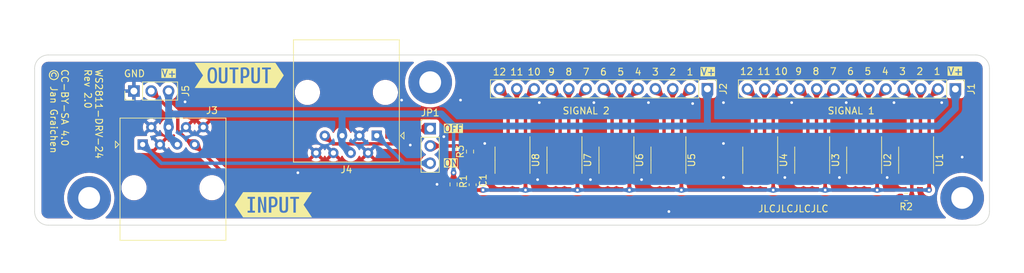
<source format=kicad_pcb>
(kicad_pcb (version 20221018) (generator pcbnew)
  (title_block (title "WS2811 LED Driver 24 (2 Signals)") (date "2023-12-22") (rev "2.0") (company "Jan Graichen"))
  (layers (0 "F.Cu" signal) (31 "B.Cu" signal) (34 "B.Paste" user) (35 "F.Paste" user) (36 "B.SilkS" user "B.Silkscreen") (37 "F.SilkS" user "F.Silkscreen") (38 "B.Mask" user) (39 "F.Mask" user) (44 "Edge.Cuts" user))
  (net 0 "")
  (net 1 "Net-(JP1-A)")
  (net 2 "VCC")
  (net 3 "GND")
  (net 4 "Net-(JP1-B)")
  (net 5 "Net-(U1-VDD)")
  (net 6 "Net-(U1-DIN)")
  (net 7 "Net-(U4-DO)")
  (net 8 "Net-(J1-Pin_2)")
  (net 9 "Net-(J1-Pin_3)")
  (net 10 "Net-(U1-DO)")
  (net 12 "Net-(J1-Pin_4)")
  (net 13 "Net-(J1-Pin_5)")
  (net 14 "Net-(J1-Pin_6)")
  (net 15 "Net-(JP1-C)")
  (net 16 "Net-(U2-DO)")
  (net 18 "Net-(J1-Pin_7)")
  (net 19 "Net-(J1-Pin_8)")
  (net 20 "Net-(J1-Pin_9)")
  (net 21 "Net-(U3-DO)")
  (net 23 "Net-(J1-Pin_10)")
  (net 24 "Net-(J1-Pin_11)")
  (net 25 "Net-(J1-Pin_12)")
  (net 27 "Net-(J2-Pin_2)")
  (net 28 "Net-(J2-Pin_3)")
  (net 29 "Net-(U5-DO)")
  (net 31 "Net-(J2-Pin_4)")
  (net 32 "Net-(J2-Pin_5)")
  (net 33 "Net-(J2-Pin_6)")
  (net 34 "Net-(U6-DO)")
  (net 36 "Net-(J2-Pin_7)")
  (net 37 "Net-(J2-Pin_8)")
  (net 38 "Net-(J2-Pin_9)")
  (net 39 "Net-(U7-DO)")
  (net 41 "Net-(J2-Pin_10)")
  (net 42 "Net-(J2-Pin_11)")
  (net 43 "Net-(J2-Pin_12)")
  (net 44 "Net-(U8-DO)")
  (net 46 "Net-(J1-Pin_13)")
  (net 47 "Net-(J2-Pin_13)")
  (net 48 "Net-(J5-Pin_2)")
  (footprint "Package_SO:SOIC-8_3.9x4.9mm_P1.27mm" (layer "F.Cu") (at 169.926 96.454 -90)
    (fp_text reference "U5" (at 0 -3.4 90) (layer "F.SilkS"))
    (fp_text value "WS2811")
    (pad "1" smd roundrect (at -2.475 -1.905 270) (size 1.95 0.6) (layers "F.Cu" "F.Paste" "F.Mask") (net 27 "Net-(J2-Pin_2)"))
    (pad "2" smd roundrect (at -2.475 -0.635 270) (size 1.95 0.6) (layers "F.Cu" "F.Paste" "F.Mask") (net 28 "Net-(J2-Pin_3)"))
    (pad "3" smd roundrect (at -2.475 0.635 270) (size 1.95 0.6) (layers "F.Cu" "F.Paste" "F.Mask") (net 31 "Net-(J2-Pin_4)"))
    (pad "4" smd roundrect (at -2.475 1.905 270) (size 1.95 0.6) (layers "F.Cu" "F.Paste" "F.Mask") (net 3 "GND"))
    (pad "5" smd roundrect (at 2.475 1.905 270) (size 1.95 0.6) (layers "F.Cu" "F.Paste" "F.Mask") (net 29 "Net-(U5-DO)"))
    (pad "6" smd roundrect (at 2.475 0.635 270) (size 1.95 0.6) (layers "F.Cu" "F.Paste" "F.Mask") (net 7 "Net-(U4-DO)"))
    (pad "7" smd roundrect (at 2.475 -0.635 270) (size 1.95 0.6) (layers "F.Cu" "F.Paste" "F.Mask"))
    (pad "8" smd roundrect (at 2.475 -1.905 270) (size 1.95 0.6) (layers "F.Cu" "F.Paste" "F.Mask") (net 5 "Net-(U1-VDD)"))
  )
  (footprint "Capacitor_SMD:C_0603_1608Metric" (layer "F.Cu") (at 141.224 100.063 90)
    (fp_text reference "C1" (at 0.622 1.524 90) (layer "F.SilkS"))
    (fp_text value "104")
    (pad "1" smd roundrect (at -0.775 0 90) (size 0.9 0.95) (layers "F.Cu" "F.Paste" "F.Mask") (net 5 "Net-(U1-VDD)"))
    (pad "2" smd roundrect (at 0.775 0 90) (size 0.9 0.95) (layers "F.Cu" "F.Paste" "F.Mask") (net 3 "GND"))
  )
  (footprint "Connector_PinHeader_2.54mm:PinHeader_1x03_P2.54mm_Vertical" (layer "F.Cu") (at 91.56 86.3 90)
    (fp_text reference "J5" (at 0 7.58 270) (layer "F.SilkS"))
    (fp_text value "Conn_01x03_Pin" hide)
    (pad "1" thru_hole rect (at 0 0 90) (size 1.7 1.7) (drill 1) (layers "*.Cu" "*.Mask") (net 3 "GND"))
    (pad "2" thru_hole oval (at 0 2.54 90) (size 1.7 1.7) (drill 1) (layers "*.Cu" "*.Mask") (net 48 "Net-(J5-Pin_2)"))
    (pad "3" thru_hole oval (at 0 5.08 90) (size 1.7 1.7) (drill 1) (layers "*.Cu" "*.Mask") (net 2 "VCC"))
  )
  (footprint "MountingHole:MountingHole_3.2mm_M3_Pad" (layer "F.Cu") (at 85 102)
    (fp_text reference "REF**" hide)
    (fp_text value "MountingHole_3.2mm_M3_Pad" hide)
    (pad "1" thru_hole circle (at 0 0) (size 6.4 6.4) (drill 3.2) (layers "*.Cu" "*.Mask"))
  )
  (footprint "Package_SO:SOIC-8_3.9x4.9mm_P1.27mm" (layer "F.Cu") (at 154.686 96.454 -90)
    (fp_text reference "U7" (at 0 -3.4 90) (layer "F.SilkS"))
    (fp_text value "WS2811")
    (pad "1" smd roundrect (at -2.475 -1.905 270) (size 1.95 0.6) (layers "F.Cu" "F.Paste" "F.Mask") (net 37 "Net-(J2-Pin_8)"))
    (pad "2" smd roundrect (at -2.475 -0.635 270) (size 1.95 0.6) (layers "F.Cu" "F.Paste" "F.Mask") (net 38 "Net-(J2-Pin_9)"))
    (pad "3" smd roundrect (at -2.475 0.635 270) (size 1.95 0.6) (layers "F.Cu" "F.Paste" "F.Mask") (net 41 "Net-(J2-Pin_10)"))
    (pad "4" smd roundrect (at -2.475 1.905 270) (size 1.95 0.6) (layers "F.Cu" "F.Paste" "F.Mask") (net 3 "GND"))
    (pad "5" smd roundrect (at 2.475 1.905 270) (size 1.95 0.6) (layers "F.Cu" "F.Paste" "F.Mask") (net 39 "Net-(U7-DO)"))
    (pad "6" smd roundrect (at 2.475 0.635 270) (size 1.95 0.6) (layers "F.Cu" "F.Paste" "F.Mask") (net 34 "Net-(U6-DO)"))
    (pad "7" smd roundrect (at 2.475 -0.635 270) (size 1.95 0.6) (layers "F.Cu" "F.Paste" "F.Mask"))
    (pad "8" smd roundrect (at 2.475 -1.905 270) (size 1.95 0.6) (layers "F.Cu" "F.Paste" "F.Mask") (net 5 "Net-(U1-VDD)"))
  )
  (footprint "Resistor_SMD:R_0603_1608Metric" (layer "F.Cu") (at 204.788 101.854707 180)
    (fp_text reference "R2" (at 0 -1.43) (layer "F.SilkS"))
    (fp_text value "33R")
    (pad "1" smd roundrect (at -0.825 0 180) (size 0.8 0.95) (layers "F.Cu" "F.Paste" "F.Mask") (net 6 "Net-(U1-DIN)"))
    (pad "2" smd roundrect (at 0.825 0 180) (size 0.8 0.95) (layers "F.Cu" "F.Paste" "F.Mask") (net 48 "Net-(J5-Pin_2)"))
  )
  (footprint "kibuzzard-6563A51A" (layer "F.Cu") (at 107 84)
    (fp_text reference "kibuzzard-6563A51A" hide)
    (fp_text value "G***" hide)
  )
  (footprint "kibuzzard-6563A507" (layer "F.Cu") (at 112 103)
    (fp_text reference "kibuzzard-6563A507" hide)
    (fp_text value "G***" hide)
  )
  (footprint "Connector_RJ:RJ45_Amphenol_54602-x08_Horizontal" (layer "F.Cu") (at 92.84 94.15)
    (fp_text reference "J3" (at 10.16 -5) (layer "F.SilkS"))
    (fp_text value "RJ45 IN")
    (pad "" np_thru_hole circle (at -1.27 6.35) (size 3.2 3.2) (drill 3.2) (layers "*.Cu" "*.Mask"))
    (pad "" np_thru_hole circle (at 10.16 6.35) (size 3.2 3.2) (drill 3.2) (layers "*.Cu" "*.Mask"))
    (pad "1" thru_hole rect (at 0 0) (size 1.5 1.5) (drill 0.76) (layers "*.Cu" "*.Mask") (net 4 "Net-(JP1-B)"))
    (pad "2" thru_hole circle (at 1.27 -2.54) (size 1.5 1.5) (drill 0.76) (layers "*.Cu" "*.Mask") (net 3 "GND"))
    (pad "3" thru_hole circle (at 2.54 0) (size 1.5 1.5) (drill 0.76) (layers "*.Cu" "*.Mask") (net 3 "GND"))
    (pad "4" thru_hole circle (at 3.81 -2.54) (size 1.5 1.5) (drill 0.76) (layers "*.Cu" "*.Mask") (net 2 "VCC"))
    (pad "5" thru_hole circle (at 5.08 0) (size 1.5 1.5) (drill 0.76) (layers "*.Cu" "*.Mask") (net 2 "VCC"))
    (pad "6" thru_hole circle (at 6.35 -2.54) (size 1.5 1.5) (drill 0.76) (layers "*.Cu" "*.Mask") (net 3 "GND"))
    (pad "7" thru_hole circle (at 7.62 0) (size 1.5 1.5) (drill 0.76) (layers "*.Cu" "*.Mask") (net 48 "Net-(J5-Pin_2)"))
    (pad "8" thru_hole circle (at 8.89 -2.54) (size 1.5 1.5) (drill 0.76) (layers "*.Cu" "*.Mask") (net 3 "GND"))
  )
  (footprint "Package_SO:SOIC-8_3.9x4.9mm_P1.27mm" (layer "F.Cu") (at 162.306 96.454 -90)
    (fp_text reference "U6" (at 0 -3.4 90) (layer "F.SilkS"))
    (fp_text value "WS2811")
    (pad "1" smd roundrect (at -2.475 -1.905 270) (size 1.95 0.6) (layers "F.Cu" "F.Paste" "F.Mask") (net 32 "Net-(J2-Pin_5)"))
    (pad "2" smd roundrect (at -2.475 -0.635 270) (size 1.95 0.6) (layers "F.Cu" "F.Paste" "F.Mask") (net 33 "Net-(J2-Pin_6)"))
    (pad "3" smd roundrect (at -2.475 0.635 270) (size 1.95 0.6) (layers "F.Cu" "F.Paste" "F.Mask") (net 36 "Net-(J2-Pin_7)"))
    (pad "4" smd roundrect (at -2.475 1.905 270) (size 1.95 0.6) (layers "F.Cu" "F.Paste" "F.Mask") (net 3 "GND"))
    (pad "5" smd roundrect (at 2.475 1.905 270) (size 1.95 0.6) (layers "F.Cu" "F.Paste" "F.Mask") (net 34 "Net-(U6-DO)"))
    (pad "6" smd roundrect (at 2.475 0.635 270) (size 1.95 0.6) (layers "F.Cu" "F.Paste" "F.Mask") (net 29 "Net-(U5-DO)"))
    (pad "7" smd roundrect (at 2.475 -0.635 270) (size 1.95 0.6) (layers "F.Cu" "F.Paste" "F.Mask"))
    (pad "8" smd roundrect (at 2.475 -1.905 270) (size 1.95 0.6) (layers "F.Cu" "F.Paste" "F.Mask") (net 5 "Net-(U1-VDD)"))
  )
  (footprint "Connector_RJ:RJ45_Amphenol_54602-x08_Horizontal" (layer "F.Cu") (at 127.16 92.85 180)
    (fp_text reference "J4" (at 4.445 -5) (layer "F.SilkS"))
    (fp_text value "RJ45 OUT")
    (pad "" np_thru_hole circle (at -1.27 6.35 180) (size 3.2 3.2) (drill 3.2) (layers "*.Cu" "*.Mask"))
    (pad "" np_thru_hole circle (at 10.16 6.35 180) (size 3.2 3.2) (drill 3.2) (layers "*.Cu" "*.Mask"))
    (pad "1" thru_hole rect (at 0 0 180) (size 1.5 1.5) (drill 0.76) (layers "*.Cu" "*.Mask") (net 4 "Net-(JP1-B)"))
    (pad "2" thru_hole circle (at 1.27 -2.54 180) (size 1.5 1.5) (drill 0.76) (layers "*.Cu" "*.Mask") (net 3 "GND"))
    (pad "3" thru_hole circle (at 2.54 0 180) (size 1.5 1.5) (drill 0.76) (layers "*.Cu" "*.Mask") (net 3 "GND"))
    (pad "4" thru_hole circle (at 3.81 -2.54 180) (size 1.5 1.5) (drill 0.76) (layers "*.Cu" "*.Mask") (net 2 "VCC"))
    (pad "5" thru_hole circle (at 5.08 0 180) (size 1.5 1.5) (drill 0.76) (layers "*.Cu" "*.Mask") (net 2 "VCC"))
    (pad "6" thru_hole circle (at 6.35 -2.54 180) (size 1.5 1.5) (drill 0.76) (layers "*.Cu" "*.Mask") (net 3 "GND"))
    (pad "7" thru_hole circle (at 7.62 0 180) (size 1.5 1.5) (drill 0.76) (layers "*.Cu" "*.Mask") (net 1 "Net-(JP1-A)"))
    (pad "8" thru_hole circle (at 8.89 -2.54 180) (size 1.5 1.5) (drill 0.76) (layers "*.Cu" "*.Mask") (net 3 "GND"))
  )
  (footprint "MountingHole:MountingHole_3.2mm_M3_Pad" (layer "F.Cu") (at 135 85)
    (fp_text reference "REF**" hide)
    (fp_text value "MountingHole_3.2mm_M3_Pad" hide)
    (pad "1" thru_hole circle (at 0 0) (size 6.4 6.4) (drill 3.2) (layers "*.Cu" "*.Mask"))
  )
  (footprint "Connector_PinHeader_2.54mm:PinHeader_1x13_P2.54mm_Vertical" (layer "F.Cu") (at 212 86 -90)
    (fp_text reference "J1" (at 0 -2.33 90) (layer "F.SilkS"))
    (fp_text value "Conn_01x13_Pin" hide)
    (pad "1" thru_hole rect (at 0 0 270) (size 1.7 1.7) (drill 1) (layers "*.Cu" "*.Mask") (net 2 "VCC"))
    (pad "2" thru_hole oval (at 0 2.54 270) (size 1.7 1.7) (drill 1) (layers "*.Cu" "*.Mask") (net 8 "Net-(J1-Pin_2)"))
    (pad "3" thru_hole oval (at 0 5.08 270) (size 1.7 1.7) (drill 1) (layers "*.Cu" "*.Mask") (net 9 "Net-(J1-Pin_3)"))
    (pad "4" thru_hole oval (at 0 7.62 270) (size 1.7 1.7) (drill 1) (layers "*.Cu" "*.Mask") (net 12 "Net-(J1-Pin_4)"))
    (pad "5" thru_hole oval (at 0 10.16 270) (size 1.7 1.7) (drill 1) (layers "*.Cu" "*.Mask") (net 13 "Net-(J1-Pin_5)"))
    (pad "6" thru_hole oval (at 0 12.7 270) (size 1.7 1.7) (drill 1) (layers "*.Cu" "*.Mask") (net 14 "Net-(J1-Pin_6)"))
    (pad "7" thru_hole oval (at 0 15.24 270) (size 1.7 1.7) (drill 1) (layers "*.Cu" "*.Mask") (net 18 "Net-(J1-Pin_7)"))
    (pad "8" thru_hole oval (at 0 17.78 270) (size 1.7 1.7) (drill 1) (layers "*.Cu" "*.Mask") (net 19 "Net-(J1-Pin_8)"))
    (pad "9" thru_hole oval (at 0 20.32 270) (size 1.7 1.7) (drill 1) (layers "*.Cu" "*.Mask") (net 20 "Net-(J1-Pin_9)"))
    (pad "10" thru_hole oval (at 0 22.86 270) (size 1.7 1.7) (drill 1) (layers "*.Cu" "*.Mask") (net 23 "Net-(J1-Pin_10)"))
    (pad "11" thru_hole oval (at 0 25.4 270) (size 1.7 1.7) (drill 1) (layers "*.Cu" "*.Mask") (net 24 "Net-(J1-Pin_11)"))
    (pad "12" thru_hole oval (at 0 27.94 270) (size 1.7 1.7) (drill 1) (layers "*.Cu" "*.Mask") (net 25 "Net-(J1-Pin_12)"))
    (pad "13" thru_hole oval (at 0 30.48 270) (size 1.7 1.7) (drill 1) (layers "*.Cu" "*.Mask") (net 46 "Net-(J1-Pin_13)"))
  )
  (footprint "MountingHole:MountingHole_3.2mm_M3_Pad" (layer "F.Cu") (at 213 102)
    (fp_text reference "REF**" hide)
    (fp_text value "MountingHole_3.2mm_M3_Pad" hide)
    (pad "1" thru_hole circle (at 0 0) (size 6.4 6.4) (drill 3.2) (layers "*.Cu" "*.Mask"))
  )
  (footprint "Connector_PinHeader_2.54mm:PinHeader_1x03_P2.54mm_Vertical" (layer "F.Cu") (at 135.001 91.821)
    (fp_text reference "JP1" (at 0 -2.33) (layer "F.SilkS"))
    (fp_text value "Jumper_3_Bridged12" hide)
    (pad "1" thru_hole rect (at 0 0) (size 1.7 1.7) (drill 1) (layers "*.Cu" "*.Mask") (net 1 "Net-(JP1-A)"))
    (pad "2" thru_hole oval (at 0 2.54) (size 1.7 1.7) (drill 1) (layers "*.Cu" "*.Mask") (net 15 "Net-(JP1-C)"))
    (pad "3" thru_hole oval (at 0 5.08) (size 1.7 1.7) (drill 1) (layers "*.Cu" "*.Mask") (net 4 "Net-(JP1-B)"))
  )
  (footprint "Resistor_SMD:R_0603_1608Metric" (layer "F.Cu") (at 140.843 95.186 90)
    (fp_text reference "R3" (at 0 -1.43 90) (layer "F.SilkS"))
    (fp_text value "33R")
    (pad "1" smd roundrect (at -0.825 0 90) (size 0.8 0.95) (layers "F.Cu" "F.Paste" "F.Mask") (net 44 "Net-(U8-DO)"))
    (pad "2" smd roundrect (at 0.825 0 90) (size 0.8 0.95) (layers "F.Cu" "F.Paste" "F.Mask") (net 15 "Net-(JP1-C)"))
  )
  (footprint "Package_SO:SOIC-8_3.9x4.9mm_P1.27mm" (layer "F.Cu") (at 206.248 96.456 -90)
    (fp_text reference "U1" (at 0 -3.429 -90) (layer "F.SilkS"))
    (fp_text value "WS2811" hide)
    (pad "1" smd roundrect (at -2.475 -1.905 270) (size 1.95 0.6) (layers "F.Cu" "F.Paste" "F.Mask") (net 8 "Net-(J1-Pin_2)"))
    (pad "2" smd roundrect (at -2.475 -0.635 270) (size 1.95 0.6) (layers "F.Cu" "F.Paste" "F.Mask") (net 9 "Net-(J1-Pin_3)"))
    (pad "3" smd roundrect (at -2.475 0.635 270) (size 1.95 0.6) (layers "F.Cu" "F.Paste" "F.Mask") (net 12 "Net-(J1-Pin_4)"))
    (pad "4" smd roundrect (at -2.475 1.905 270) (size 1.95 0.6) (layers "F.Cu" "F.Paste" "F.Mask") (net 3 "GND"))
    (pad "5" smd roundrect (at 2.475 1.905 270) (size 1.95 0.6) (layers "F.Cu" "F.Paste" "F.Mask") (net 10 "Net-(U1-DO)"))
    (pad "6" smd roundrect (at 2.475 0.635 270) (size 1.95 0.6) (layers "F.Cu" "F.Paste" "F.Mask") (net 6 "Net-(U1-DIN)"))
    (pad "7" smd roundrect (at 2.475 -0.635 270) (size 1.95 0.6) (layers "F.Cu" "F.Paste" "F.Mask"))
    (pad "8" smd roundrect (at 2.475 -1.905 270) (size 1.95 0.6) (layers "F.Cu" "F.Paste" "F.Mask") (net 5 "Net-(U1-VDD)"))
  )
  (footprint "Resistor_SMD:R_0603_1608Metric" (layer "F.Cu") (at 138.43 100.013 -90)
    (fp_text reference "R1" (at -0.445 -1.43 90) (layer "F.SilkS"))
    (fp_text value "33R")
    (pad "1" smd roundrect (at -0.825 0 270) (size 0.8 0.95) (layers "F.Cu" "F.Paste" "F.Mask") (net 2 "VCC"))
    (pad "2" smd roundrect (at 0.825 0 270) (size 0.8 0.95) (layers "F.Cu" "F.Paste" "F.Mask") (net 5 "Net-(U1-VDD)"))
  )
  (footprint "Connector_PinHeader_2.54mm:PinHeader_1x13_P2.54mm_Vertical" (layer "F.Cu") (at 175.641 85.978 -90)
    (fp_text reference "J2" (at 0 -2.33 90) (layer "F.SilkS"))
    (fp_text value "Conn_01x13_Pin" hide)
    (pad "1" thru_hole rect (at 0 0 270) (size 1.7 1.7) (drill 1) (layers "*.Cu" "*.Mask") (net 2 "VCC"))
    (pad "2" thru_hole oval (at 0 2.54 270) (size 1.7 1.7) (drill 1) (layers "*.Cu" "*.Mask") (net 27 "Net-(J2-Pin_2)"))
    (pad "3" thru_hole oval (at 0 5.08 270) (size 1.7 1.7) (drill 1) (layers "*.Cu" "*.Mask") (net 28 "Net-(J2-Pin_3)"))
    (pad "4" thru_hole oval (at 0 7.62 270) (size 1.7 1.7) (drill 1) (layers "*.Cu" "*.Mask") (net 31 "Net-(J2-Pin_4)"))
    (pad "5" thru_hole oval (at 0 10.16 270) (size 1.7 1.7) (drill 1) (layers "*.Cu" "*.Mask") (net 32 "Net-(J2-Pin_5)"))
    (pad "6" thru_hole oval (at 0 12.7 270) (size 1.7 1.7) (drill 1) (layers "*.Cu" "*.Mask") (net 33 "Net-(J2-Pin_6)"))
    (pad "7" thru_hole oval (at 0 15.24 270) (size 1.7 1.7) (drill 1) (layers "*.Cu" "*.Mask") (net 36 "Net-(J2-Pin_7)"))
    (pad "8" thru_hole oval (at 0 17.78 270) (size 1.7 1.7) (drill 1) (layers "*.Cu" "*.Mask") (net 37 "Net-(J2-Pin_8)"))
    (pad "9" thru_hole oval (at 0 20.32 270) (size 1.7 1.7) (drill 1) (layers "*.Cu" "*.Mask") (net 38 "Net-(J2-Pin_9)"))
    (pad "10" thru_hole oval (at 0 22.86 270) (size 1.7 1.7) (drill 1) (layers "*.Cu" "*.Mask") (net 41 "Net-(J2-Pin_10)"))
    (pad "11" thru_hole oval (at 0 25.4 270) (size 1.7 1.7) (drill 1) (layers "*.Cu" "*.Mask") (net 42 "Net-(J2-Pin_11)"))
    (pad "12" thru_hole oval (at 0 27.94 270) (size 1.7 1.7) (drill 1) (layers "*.Cu" "*.Mask") (net 43 "Net-(J2-Pin_12)"))
    (pad "13" thru_hole oval (at 0 30.48 270) (size 1.7 1.7) (drill 1) (layers "*.Cu" "*.Mask") (net 47 "Net-(J2-Pin_13)"))
  )
  (footprint "Package_SO:SOIC-8_3.9x4.9mm_P1.27mm" (layer "F.Cu") (at 191.008 96.456 -90)
    (fp_text reference "U3" (at 0 -3.429 -90) (layer "F.SilkS"))
    (fp_text value "WS2811")
    (pad "1" smd roundrect (at -2.475 -1.905 270) (size 1.95 0.6) (layers "F.Cu" "F.Paste" "F.Mask") (net 19 "Net-(J1-Pin_8)"))
    (pad "2" smd roundrect (at -2.475 -0.635 270) (size 1.95 0.6) (layers "F.Cu" "F.Paste" "F.Mask") (net 20 "Net-(J1-Pin_9)"))
    (pad "3" smd roundrect (at -2.475 0.635 270) (size 1.95 0.6) (layers "F.Cu" "F.Paste" "F.Mask") (net 23 "Net-(J1-Pin_10)"))
    (pad "4" smd roundrect (at -2.475 1.905 270) (size 1.95 0.6) (layers "F.Cu" "F.Paste" "F.Mask") (net 3 "GND"))
    (pad "5" smd roundrect (at 2.475 1.905 270) (size 1.95 0.6) (layers "F.Cu" "F.Paste" "F.Mask") (net 21 "Net-(U3-DO)"))
    (pad "6" smd roundrect (at 2.475 0.635 270) (size 1.95 0.6) (layers "F.Cu" "F.Paste" "F.Mask") (net 16 "Net-(U2-DO)"))
    (pad "7" smd roundrect (at 2.475 -0.635 270) (size 1.95 0.6) (layers "F.Cu" "F.Paste" "F.Mask"))
    (pad "8" smd roundrect (at 2.475 -1.905 270) (size 1.95 0.6) (layers "F.Cu" "F.Paste" "F.Mask") (net 5 "Net-(U1-VDD)"))
  )
  (footprint "Package_SO:SOIC-8_3.9x4.9mm_P1.27mm" (layer "F.Cu") (at 147.066 96.454 -90)
    (fp_text reference "U8" (at 0 -3.4 90) (layer "F.SilkS"))
    (fp_text value "WS2811")
    (pad "1" smd roundrect (at -2.475 -1.905 270) (size 1.95 0.6) (layers "F.Cu" "F.Paste" "F.Mask") (net 42 "Net-(J2-Pin_11)"))
    (pad "2" smd roundrect (at -2.475 -0.635 270) (size 1.95 0.6) (layers "F.Cu" "F.Paste" "F.Mask") (net 43 "Net-(J2-Pin_12)"))
    (pad "3" smd roundrect (at -2.475 0.635 270) (size 1.95 0.6) (layers "F.Cu" "F.Paste" "F.Mask") (net 47 "Net-(J2-Pin_13)"))
    (pad "4" smd roundrect (at -2.475 1.905 270) (size 1.95 0.6) (layers "F.Cu" "F.Paste" "F.Mask") (net 3 "GND"))
    (pad "5" smd roundrect (at 2.475 1.905 270) (size 1.95 0.6) (layers "F.Cu" "F.Paste" "F.Mask") (net 44 "Net-(U8-DO)"))
    (pad "6" smd roundrect (at 2.475 0.635 270) (size 1.95 0.6) (layers "F.Cu" "F.Paste" "F.Mask") (net 39 "Net-(U7-DO)"))
    (pad "7" smd roundrect (at 2.475 -0.635 270) (size 1.95 0.6) (layers "F.Cu" "F.Paste" "F.Mask"))
    (pad "8" smd roundrect (at 2.475 -1.905 270) (size 1.95 0.6) (layers "F.Cu" "F.Paste" "F.Mask") (net 5 "Net-(U1-VDD)"))
  )
  (footprint "Package_SO:SOIC-8_3.9x4.9mm_P1.27mm" (layer "F.Cu") (at 198.628 96.456 -90)
    (fp_text reference "U2" (at 0 -3.429 -90) (layer "F.SilkS"))
    (fp_text value "WS2811")
    (pad "1" smd roundrect (at -2.475 -1.905 270) (size 1.95 0.6) (layers "F.Cu" "F.Paste" "F.Mask") (net 13 "Net-(J1-Pin_5)"))
    (pad "2" smd roundrect (at -2.475 -0.635 270) (size 1.95 0.6) (layers "F.Cu" "F.Paste" "F.Mask") (net 14 "Net-(J1-Pin_6)"))
    (pad "3" smd roundrect (at -2.475 0.635 270) (size 1.95 0.6) (layers "F.Cu" "F.Paste" "F.Mask") (net 18 "Net-(J1-Pin_7)"))
    (pad "4" smd roundrect (at -2.475 1.905 270) (size 1.95 0.6) (layers "F.Cu" "F.Paste" "F.Mask") (net 3 "GND"))
    (pad "5" smd roundrect (at 2.475 1.905 270) (size 1.95 0.6) (layers "F.Cu" "F.Paste" "F.Mask") (net 16 "Net-(U2-DO)"))
    (pad "6" smd roundrect (at 2.475 0.635 270) (size 1.95 0.6) (layers "F.Cu" "F.Paste" "F.Mask") (net 10 "Net-(U1-DO)"))
    (pad "7" smd roundrect (at 2.475 -0.635 270) (size 1.95 0.6) (layers "F.Cu" "F.Paste" "F.Mask"))
    (pad "8" smd roundrect (at 2.475 -1.905 270) (size 1.95 0.6) (layers "F.Cu" "F.Paste" "F.Mask") (net 5 "Net-(U1-VDD)"))
  )
  (footprint "Package_SO:SOIC-8_3.9x4.9mm_P1.27mm" (layer "F.Cu") (at 183.388 96.456 -90)
    (fp_text reference "U4" (at 0 -3.429 -90) (layer "F.SilkS"))
    (fp_text value "WS2811")
    (pad "1" smd roundrect (at -2.475 -1.905 270) (size 1.95 0.6) (layers "F.Cu" "F.Paste" "F.Mask") (net 24 "Net-(J1-Pin_11)"))
    (pad "2" smd roundrect (at -2.475 -0.635 270) (size 1.95 0.6) (layers "F.Cu" "F.Paste" "F.Mask") (net 25 "Net-(J1-Pin_12)"))
    (pad "3" smd roundrect (at -2.475 0.635 270) (size 1.95 0.6) (layers "F.Cu" "F.Paste" "F.Mask") (net 46 "Net-(J1-Pin_13)"))
    (pad "4" smd roundrect (at -2.475 1.905 270) (size 1.95 0.6) (layers "F.Cu" "F.Paste" "F.Mask") (net 3 "GND"))
    (pad "5" smd roundrect (at 2.475 1.905 270) (size 1.95 0.6) (layers "F.Cu" "F.Paste" "F.Mask") (net 7 "Net-(U4-DO)"))
    (pad "6" smd roundrect (at 2.475 0.635 270) (size 1.95 0.6) (layers "F.Cu" "F.Paste" "F.Mask") (net 21 "Net-(U3-DO)"))
    (pad "7" smd roundrect (at 2.475 -0.635 270) (size 1.95 0.6) (layers "F.Cu" "F.Paste" "F.Mask"))
    (pad "8" smd roundrect (at 2.475 -1.905 270) (size 1.95 0.6) (layers "F.Cu" "F.Paste" "F.Mask") (net 5 "Net-(U1-VDD)"))
  )
  (gr_line (start 215 81) (end 79 81) (stroke (width 0.1)) (layer "Edge.Cuts"))
  (gr_arc (start 217 104) (mid 216.414214 105.414214) (end 215 106) (stroke (width 0.1)) (layer "Edge.Cuts"))
  (gr_line (start 79 106) (end 215 106) (stroke (width 0.1)) (layer "Edge.Cuts"))
  (gr_line (start 217 104) (end 217 83) (stroke (width 0.1)) (layer "Edge.Cuts"))
  (gr_line (start 77 83) (end 77 104) (stroke (width 0.1)) (layer "Edge.Cuts"))
  (gr_arc (start 77 83) (mid 77.585786 81.585786) (end 79 81) (stroke (width 0.1)) (layer "Edge.Cuts"))
  (gr_arc (start 79 106) (mid 77.585786 105.414214) (end 77 104) (stroke (width 0.1)) (layer "Edge.Cuts"))
  (gr_arc (start 215 81) (mid 216.414214 81.585786) (end 217 83) (stroke (width 0.1)) (layer "Edge.Cuts"))
  (gr_text "WS2811-DRV-24\nRev ${REVISION}" (at 87 83 270) (layer "F.SilkS") (effects (font (size 1 1)) (justify left top)))
  (gr_text "2" (at 170.561 84.074) (layer "F.SilkS") (effects (font (size 1 1)) (justify bottom)))
  (gr_text "3" (at 168.021 84.074) (layer "F.SilkS") (effects (font (size 1 1)) (justify bottom)))
  (gr_text "1" (at 209.333 84) (layer "F.SilkS") (effects (font (size 1 1)) (justify bottom)))
  (gr_text "1" (at 173.101 84.074) (layer "F.SilkS") (effects (font (size 1 1)) (justify bottom)))
  (gr_text "6" (at 160.401 84.074) (layer "F.SilkS") (effects (font (size 1 1)) (justify bottom)))
  (gr_text "7" (at 157.861 84.074) (layer "F.SilkS") (effects (font (size 1 1)) (justify bottom)))
  (gr_text "3" (at 204.253 84) (layer "F.SilkS") (effects (font (size 1 1)) (justify bottom)))
  (gr_text "12" (at 181.393 84) (layer "F.SilkS") (effects (font (size 1 1)) (justify bottom)))
  (gr_text "JLCJLCJLCJLC" (at 183 103) (layer "F.SilkS") (effects (font (size 1 1)) (justify left top)))
  (gr_text "OFF" (at 136.906 91.821) (layer "F.SilkS" knockout) (effects (font (size 1 1)) (justify left)))
  (gr_text "5" (at 199.173 84) (layer "F.SilkS") (effects (font (size 1 1)) (justify bottom)))
  (gr_text "SIGNAL 2" (at 157.861 89.789) (layer "F.SilkS") (effects (font (size 1 1)) (justify bottom)))
  (gr_text "5" (at 162.941 84.074) (layer "F.SilkS") (effects (font (size 1 1)) (justify bottom)))
  (gr_text "2" (at 206.793 84) (layer "F.SilkS") (effects (font (size 1 1)) (justify bottom)))
  (gr_text "8" (at 155.321 84.074) (layer "F.SilkS") (effects (font (size 1 1)) (justify bottom)))
  (gr_text "V+" (at 96.72 83.739) (layer "F.SilkS" knockout) (effects (font (size 1 1))))
  (gr_text "11" (at 147.701 84.074) (layer "F.SilkS") (effects (font (size 1 1)) (justify bottom)))
  (gr_text "CC-BY-SA 4.0\n© Jan Graichen" (at 82 83 270) (layer "F.SilkS") (effects (font (size 1 1)) (justify left top)))
  (gr_text "9" (at 189.013 84) (layer "F.SilkS") (effects (font (size 1 1)) (justify bottom)))
  (gr_text "4" (at 201.713 84) (layer "F.SilkS") (effects (font (size 1 1)) (justify bottom)))
  (gr_text "8" (at 191.553 84) (layer "F.SilkS") (effects (font (size 1 1)) (justify bottom)))
  (gr_text "6" (at 196.633 84) (layer "F.SilkS") (effects (font (size 1 1)) (justify bottom)))
  (gr_text "V+" (at 212 84) (layer "F.SilkS" knockout) (effects (font (size 1 1)) (justify bottom)))
  (gr_text "GND" (at 91.64 83.739) (layer "F.SilkS") (effects (font (size 1 1))))
  (gr_text "9" (at 152.781 84.074) (layer "F.SilkS") (effects (font (size 1 1)) (justify bottom)))
  (gr_text "4" (at 165.481 84.074) (layer "F.SilkS") (effects (font (size 1 1)) (justify bottom)))
  (gr_text "12" (at 145.161 84.074) (layer "F.SilkS") (effects (font (size 1 1)) (justify bottom)))
  (gr_text "ON" (at 136.906 96.901) (layer "F.SilkS" knockout) (effects (font (size 1 1)) (justify left)))
  (gr_text "V+" (at 175.768 84.074) (layer "F.SilkS" knockout) (effects (font (size 1 1)) (justify bottom)))
  (gr_text "7" (at 194.093 84) (layer "F.SilkS") (effects (font (size 1 1)) (justify bottom)))
  (gr_text "11" (at 183.933 84) (layer "F.SilkS") (effects (font (size 1 1)) (justify bottom)))
  (gr_text "10" (at 150.241 84.074) (layer "F.SilkS") (effects (font (size 1 1)) (justify bottom)))
  (gr_text "10" (at 186.473 84) (layer "F.SilkS") (effects (font (size 1 1)) (justify bottom)))
  (gr_text "SIGNAL 1" (at 196.723 89.789) (layer "F.SilkS") (effects (font (size 1 1)) (justify bottom)))
  (segment (start 120.74 94.05) (end 131.061918 94.05) (width 0.5) (layer "F.Cu") (net 1))
  (segment (start 131.061918 94.05) (end 133.290918 91.821) (width 0.5) (layer "F.Cu") (net 1))
  (segment (start 133.290918 91.821) (end 135.001 91.821) (width 0.5) (layer "F.Cu") (net 1))
  (segment (start 119.54 92.85) (end 120.74 94.05) (width 0.5) (layer "F.Cu") (net 1))
  (segment (start 138.43 99.188) (end 138.43 98.298) (width 0.5) (layer "F.Cu") (net 2))
  (via (at 138.43 98.298) (size 0.8) (drill 0.4) (layers "F.Cu" "B.Cu") (net 2))
  (segment (start 122.079184 89.662) (end 136.652 89.662) (width 1) (layer "B.Cu") (net 2))
  (segment (start 138.43 91.44) (end 175.641 91.44) (width 1) (layer "B.Cu") (net 2))
  (segment (start 96.688 89.662) (end 96.65 89.7) (width 1) (layer "B.Cu") (net 2))
  (segment (start 122.079184 89.662) (end 96.688 89.662) (width 1) (layer "B.Cu") (net 2))
  (segment (start 175.641 91.44) (end 209.423 91.44) (width 1) (layer "B.Cu") (net 2))
  (segment (start 175.641 85.979) (end 175.641 91.44) (width 1) (layer "B.Cu") (net 2))
  (segment (start 212 88.863) (end 212 86) (width 1) (layer "B.Cu") (net 2))
  (segment (start 122.08 92.85) (end 122.08 94.12) (width 1) (layer "B.Cu") (net 2))
  (segment (start 96.65 89.7) (end 96.65 86.31) (width 1) (layer "B.Cu") (net 2))
  (segment (start 138.43 98.298) (end 138.43 91.44) (width 0.5) (layer "B.Cu") (net 2))
  (segment (start 122.08 92.85) (end 122.08 89.662816) (width 1) (layer "B.Cu") (net 2))
  (segment (start 136.652 89.662) (end 138.43 91.44) (width 1) (layer "B.Cu") (net 2))
  (segment (start 96.65 92.88) (end 97.92 94.15) (width 1) (layer "B.Cu") (net 2))
  (segment (start 96.65 86.31) (end 96.64 86.3) (width 1) (layer "B.Cu") (net 2))
  (segment (start 96.65 91.61) (end 96.65 92.88) (width 1) (layer "B.Cu") (net 2))
  (segment (start 122.08 94.12) (end 123.35 95.39) (width 1) (layer "B.Cu") (net 2))
  (segment (start 122.08 89.662816) (end 122.079184 89.662) (width 1) (layer "B.Cu") (net 2))
  (segment (start 96.65 92.01) (end 96.65 89.7) (width 1) (layer "B.Cu") (net 2))
  (segment (start 209.423 91.44) (end 212 88.863) (width 1) (layer "B.Cu") (net 2))
  (via (at 196 88) (size 0.8) (drill 0.4) (layers "F.Cu" "B.Cu") (net 3))
  (via (at 143 94) (size 0.8) (drill 0.4) (layers "F.Cu" "B.Cu") (net 3))
  (via (at 203 88) (size 0.8) (drill 0.4) (layers "F.Cu" "B.Cu") (net 3))
  (via (at 167 88) (size 0.8) (drill 0.4) (layers "F.Cu" "B.Cu") (net 3))
  (via (at 139.446 87.63) (size 0.8) (drill 0.4) (layers "F.Cu" "B.Cu") (net 3))
  (via (at 188 88) (size 0.8) (drill 0.4) (layers "F.Cu" "B.Cu") (net 3))
  (via (at 173.482 88.138) (size 0.8) (drill 0.4) (layers "F.Cu" "B.Cu") (net 3))
  (via (at 178 94) (size 0.8) (drill 0.4) (layers "F.Cu" "B.Cu") (net 3))
  (via (at 178 99) (size 0.8) (drill 0.4) (layers "F.Cu" "B.Cu") (net 3))
  (via (at 151 88) (size 0.8) (drill 0.4) (layers "F.Cu" "B.Cu") (net 3))
  (via (at 132.08 94.234) (size 0.8) (drill 0.4) (layers "F.Cu" "B.Cu") (net 3))
  (via (at 150.749 99.314) (size 0.8) (drill 0.4) (layers "F.Cu" "B.Cu") (net 3))
  (via (at 137 93) (size 0.8) (drill 0.4) (layers "F.Cu" "B.Cu") (net 3))
  (via (at 115.6 98.3) (size 0.8) (drill 0.4) (layers "F.Cu" "B.Cu") (net 3))
  (via (at 170 104) (size 0.8) (drill 0.4) (layers "F.Cu" "B.Cu") (net 3))
  (via (at 187 99) (size 0.8) (drill 0.4) (layers "F.Cu" "B.Cu") (net 3))
  (via (at 99.06 87.884) (size 0.8) (drill 0.4) (layers "F.Cu" "B.Cu") (net 3))
  (via (at 158.496 99.314) (size 0.8) (drill 0.4) (layers "F.Cu" "B.Cu") (net 3))
  (via (at 165.989 99.314) (size 0.8) (drill 0.4) (layers "F.Cu" "B.Cu") (net 3))
  (via (at 210 88) (size 0.8) (drill 0.4) (layers "F.Cu" "B.Cu") (net 3))
  (via (at 136 100) (size 0.8) (drill 0.4) (layers "F.Cu" "B.Cu") (net 3))
  (via (at 130.81 87.63) (size 0.8) (drill 0.4) (layers "F.Cu" "B.Cu") (net 3))
  (via (at 159 88) (size 0.8) (drill 0.4) (layers "F.Cu" "B.Cu") (net 3))
  (via (at 195 99) (size 0.8) (drill 0.4) (layers "F.Cu" "B.Cu") (net 3))
  (via (at 202 99) (size 0.8) (drill 0.4) (layers "F.Cu" "B.Cu") (net 3))
  (via (at 178 88) (size 0.8) (drill 0.4) (layers "F.Cu" "B.Cu") (net 3))
  (via (at 213 96) (size 0.8) (drill 0.4) (layers "F.Cu" "B.Cu") (net 3))
  (segment (start 127.16 92.85) (end 131.211 96.901) (width 0.5) (layer "B.Cu") (net 4))
  (segment (start 131.211 96.901) (end 135.001 96.901) (width 0.5) (layer "B.Cu") (net 4))
  (segment (start 95.591 96.901) (end 92.84 94.15) (width 0.5) (layer "B.Cu") (net 4))
  (segment (start 135.001 96.901) (end 95.591 96.901) (width 0.5) (layer "B.Cu") (net 4))
  (segment (start 142.748 100.838) (end 141.224 100.838) (width 0.5) (layer "F.Cu") (net 5))
  (segment (start 156.591 98.93) (end 156.591 100.838) (width 0.5) (layer "F.Cu") (net 5))
  (segment (start 141.224 100.838) (end 138.43 100.838) (width 0.5) (layer "F.Cu") (net 5))
  (segment (start 200.533 98.931) (end 200.533 100.838) (width 0.5) (layer "F.Cu") (net 5))
  (segment (start 164.211 98.93) (end 164.211 100.838) (width 0.5) (layer "F.Cu") (net 5))
  (segment (start 148.971 98.93) (end 148.971 100.838) (width 0.5) (layer "F.Cu") (net 5))
  (segment (start 192.913 98.931) (end 192.913 100.838) (width 0.5) (layer "F.Cu") (net 5))
  (segment (start 171.831 98.93) (end 171.831 100.838) (width 0.5) (layer "F.Cu") (net 5))
  (segment (start 185.293 98.931) (end 185.293 100.838) (width 0.5) (layer "F.Cu") (net 5))
  (segment (start 208.153 100.838) (end 208.153 98.931) (width 0.5) (layer "F.Cu") (net 5))
  (via (at 171.831 100.838) (size 0.8) (drill 0.4) (layers "F.Cu" "B.Cu") (net 5))
  (via (at 142.748 100.838) (size 0.8) (drill 0.4) (layers "F.Cu" "B.Cu") (net 5))
  (via (at 148.971 100.838) (size 0.8) (drill 0.4) (layers "F.Cu" "B.Cu") (net 5))
  (via (at 192.913 100.838) (size 0.8) (drill 0.4) (layers "F.Cu" "B.Cu") (net 5))
  (via (at 200.533 100.838) (size 0.8) (drill 0.4) (layers "F.Cu" "B.Cu") (net 5))
  (via (at 164.211 100.838) (size 0.8) (drill 0.4) (layers "F.Cu" "B.Cu") (net 5))
  (via (at 185.293 100.838) (size 0.8) (drill 0.4) (layers "F.Cu" "B.Cu") (net 5))
  (via (at 156.591 100.838) (size 0.8) (drill 0.4) (layers "F.Cu" "B.Cu") (net 5))
  (via (at 208.153 100.838) (size 0.8) (drill 0.4) (layers "F.Cu" "B.Cu") (net 5))
  (segment (start 164.211 100.838) (end 156.591 100.838) (width 0.5) (layer "B.Cu") (net 5))
  (segment (start 200.533 100.838) (end 208.153 100.838) (width 0.5) (layer "B.Cu") (net 5))
  (segment (start 156.591 100.838) (end 148.971 100.838) (width 0.5) (layer "B.Cu") (net 5))
  (segment (start 148.971 100.838) (end 142.748 100.838) (width 0.5) (layer "B.Cu") (net 5))
  (segment (start 171.831 100.838) (end 185.293 100.838) (width 0.5) (layer "B.Cu") (net 5))
  (segment (start 171.831 100.838) (end 164.211 100.838) (width 0.5) (layer "B.Cu") (net 5))
  (segment (start 185.293 100.838) (end 192.913 100.838) (width 0.5) (layer "B.Cu") (net 5))
  (segment (start 192.913 100.838) (end 200.533 100.838) (width 0.5) (layer "B.Cu") (net 5))
  (segment (start 205.613 98.931) (end 205.613 101.854707) (width 0.5) (layer "F.Cu") (net 6))
  (segment (start 169.291 97.954001) (end 169.741001 97.504) (width 0.5) (layer "F.Cu") (net 7))
  (segment (start 169.291 98.929) (end 169.291 97.954001) (width 0.5) (layer "F.Cu") (net 7))
  (segment (start 169.741001 97.504) (end 180.056 97.504) (width 0.5) (layer "F.Cu") (net 7))
  (segment (start 180.056 97.504) (end 181.483 98.931) (width 0.5) (layer "F.Cu") (net 7))
  (segment (start 208.153 93.981) (end 208.153 87.307) (width 0.5) (layer "F.Cu") (net 8))
  (segment (start 208.153 87.307) (end 209.46 86) (width 0.5) (layer "F.Cu") (net 8))
  (segment (start 206.883 93.981) (end 206.883 86.037) (width 0.5) (layer "F.Cu") (net 9))
  (segment (start 202.821 97.409) (end 204.343 98.931) (width 0.5) (layer "F.Cu") (net 10))
  (segment (start 197.993 97.956001) (end 198.540001 97.409) (width 0.5) (layer "F.Cu") (net 10))
  (segment (start 197.993 98.931) (end 197.993 97.956001) (width 0.5) (layer "F.Cu") (net 10))
  (segment (start 198.540001 97.409) (end 202.821 97.409) (width 0.5) (layer "F.Cu") (net 10))
  (segment (start 205.613 93.981) (end 205.613 87.233) (width 0.5) (layer "F.Cu") (net 12))
  (segment (start 205.613 87.233) (end 204.38 86) (width 0.5) (layer "F.Cu") (net 12))
  (segment (start 200.533 87.307) (end 201.84 86) (width 0.5) (layer "F.Cu") (net 13))
  (segment (start 200.533 93.981) (end 200.533 87.307) (width 0.5) (layer "F.Cu") (net 13))
  (segment (start 199.263 93.981) (end 199.263 86.037) (width 0.5) (layer "F.Cu") (net 14))
  (segment (start 135.001 94.361) (end 140.843 94.361) (width 0.5) (layer "F.Cu") (net 15))
  (segment (start 190.373 97.956001) (end 190.920001 97.409) (width 0.5) (layer "F.Cu") (net 16))
  (segment (start 195.201 97.409) (end 196.723 98.931) (width 0.5) (layer "F.Cu") (net 16))
  (segment (start 190.920001 97.409) (end 195.201 97.409) (width 0.5) (layer "F.Cu") (net 16))
  (segment (start 190.373 98.931) (end 190.373 97.956001) (width 0.5) (layer "F.Cu") (net 16))
  (segment (start 197.993 87.233) (end 196.76 86) (width 0.5) (layer "F.Cu") (net 18))
  (segment (start 197.993 93.981) (end 197.993 87.233) (width 0.5) (layer "F.Cu") (net 18))
  (segment (start 192.913 93.981) (end 192.913 87.307) (width 0.5) (layer "F.Cu") (net 19))
  (segment (start 192.913 87.307) (end 194.22 86) (width 0.5) (layer "F.Cu") (net 19))
  (segment (start 191.643 93.981) (end 191.643 86.037) (width 0.5) (layer "F.Cu") (net 20))
  (segment (start 183.203001 97.506) (end 187.678 97.506) (width 0.5) (layer "F.Cu") (net 21))
  (segment (start 182.753 97.956001) (end 183.203001 97.506) (width 0.5) (layer "F.Cu") (net 21))
  (segment (start 187.678 97.506) (end 189.103 98.931) (width 0.5) (layer "F.Cu") (net 21))
  (segment (start 182.753 98.931) (end 182.753 97.956001) (width 0.5) (layer "F.Cu") (net 21))
  (segment (start 190.373 93.981) (end 190.373 87.233) (width 0.5) (layer "F.Cu") (net 23))
  (segment (start 190.373 87.233) (end 189.14 86) (width 0.5) (layer "F.Cu") (net 23))
  (segment (start 185.293 87.307) (end 186.6 86) (width 0.5) (layer "F.Cu") (net 24))
  (segment (start 185.293 93.981) (end 185.293 87.307) (width 0.5) (layer "F.Cu") (net 24))
  (segment (start 184.023 93.981) (end 184.023 86.037) (width 0.5) (layer "F.Cu") (net 25))
  (segment (start 171.831 87.249) (end 173.101 85.979) (width 0.5) (layer "F.Cu") (net 27))
  (segment (start 171.831 93.98) (end 171.831 87.249) (width 0.5) (layer "F.Cu") (net 27))
  (segment (start 170.561 93.98) (end 170.561 85.979) (width 0.5) (layer "F.Cu") (net 28))
  (segment (start 162.121001 97.505) (end 161.671 97.955001) (width 0.5) (layer "F.Cu") (net 29))
  (segment (start 161.671 97.955001) (end 161.671 98.93) (width 0.5) (layer "F.Cu") (net 29))
  (segment (start 168.021 98.93) (end 166.596 97.505) (width 0.5) (layer "F.Cu") (net 29))
  (segment (start 166.596 97.505) (end 162.121001 97.505) (width 0.5) (layer "F.Cu") (net 29))
  (segment (start 169.291 87.249) (end 169.291 93.98) (width 0.5) (layer "F.Cu") (net 31))
  (segment (start 169.291 87.249) (end 168.021 85.979) (width 0.5) (layer "F.Cu") (net 31))
  (segment (start 164.211 87.249) (end 165.481 85.979) (width 0.5) (layer "F.Cu") (net 32))
  (segment (start 164.211 93.98) (end 164.211 87.249) (width 0.5) (layer "F.Cu") (net 32))
  (segment (start 162.941 93.98) (end 162.941 85.979) (width 0.5) (layer "F.Cu") (net 33))
  (segment (start 158.976 97.505) (end 154.501001 97.505) (width 0.5) (layer "F.Cu") (net 34))
  (segment (start 154.501001 97.505) (end 154.051 97.955001) (width 0.5) (layer "F.Cu") (net 34))
  (segment (start 160.401 98.93) (end 158.976 97.505) (width 0.5) (layer "F.Cu") (net 34))
  (segment (start 154.051 97.955001) (end 154.051 98.93) (width 0.5) (layer "F.Cu") (net 34))
  (segment (start 161.671 93.98) (end 161.671 87.249) (width 0.5) (layer "F.Cu") (net 36))
  (segment (start 161.671 87.249) (end 160.401 85.979) (width 0.5) (layer "F.Cu") (net 36))
  (segment (start 156.591 87.249) (end 157.861 85.979) (width 0.5) (layer "F.Cu") (net 37))
  (segment (start 156.591 93.98) (end 156.591 87.249) (width 0.5) (layer "F.Cu") (net 37))
  (segment (start 155.321 93.98) (end 155.321 85.979) (width 0.5) (layer "F.Cu") (net 38))
  (segment (start 152.781 98.93) (end 151.356 97.505) (width 0.5) (layer "F.Cu") (net 39))
  (segment (start 146.431 97.955001) (end 146.431 98.93) (width 0.5) (layer "F.Cu") (net 39))
  (segment (start 151.356 97.505) (end 146.881001 97.505) (width 0.5) (layer "F.Cu") (net 39))
  (segment (start 146.881001 97.505) (end 146.431 97.955001) (width 0.5) (layer "F.Cu") (net 39))
  (segment (start 154.051 93.98) (end 154.051 87.249) (width 0.5) (layer "F.Cu") (net 41))
  (segment (start 154.051 87.249) (end 152.781 85.979) (width 0.5) (layer "F.Cu") (net 41))
  (segment (start 148.971 93.98) (end 148.971 87.249) (width 0.5) (layer "F.Cu") (net 42))
  (segment (start 148.971 87.249) (end 150.241 85.979) (width 0.5) (layer "F.Cu") (net 42))
  (segment (start 147.701 93.98) (end 147.701 85.979) (width 0.5) (layer "F.Cu") (net 43))
  (segment (start 143.711 96.011) (end 140.843 96.011) (width 0.5) (layer "F.Cu") (net 44))
  (segment (start 145.161 98.929) (end 145.161 97.461) (width 0.5) (layer "F.Cu") (net 44))
  (segment (start 145.161 97.461) (end 143.711 96.011) (width 0.5) (layer "F.Cu") (net 44))
  (segment (start 182.753 93.981) (end 182.753 87.233) (width 0.5) (layer "F.Cu") (net 46))
  (segment (start 182.753 87.233) (end 181.52 86) (width 0.5) (layer "F.Cu") (net 46))
  (segment (start 146.431 93.98) (end 146.431 87.249) (width 0.5) (layer "F.Cu") (net 47))
  (segment (start 146.431 87.249) (end 145.161 85.979) (width 0.5) (layer "F.Cu") (net 47))
  (segment (start 121.354707 101.854707) (end 203.963 101.854707) (width 0.5) (layer "F.Cu") (net 48))
  (segment (start 100.032943 94.15) (end 97.99 92.107057) (width 0.5) (layer "F.Cu") (net 48))
  (segment (start 97.99 92.107057) (end 97.99 90.19) (width 0.5) (layer "F.Cu") (net 48))
  (segment (start 106.31 100) (end 119.5 100) (width 0.5) (layer "F.Cu") (net 48))
  (segment (start 119.5 100) (end 121.354707 101.854707) (width 0.5) (layer "F.Cu") (net 48))
  (segment (start 100.46 94.15) (end 100.032943 94.15) (width 0.5) (layer "F.Cu") (net 48))
  (segment (start 94.1 86.3) (end 97.99 90.19) (width 0.5) (layer "F.Cu") (net 48))
  (segment (start 100.46 94.15) (end 106.31 100) (width 0.5) (layer "F.Cu") (net 48))
  (zone (net 3) (net_name "GND") (layers "F&B.Cu") (name "GND") (connect_pads (clearance 0.5)) (min_thickness 0.25) (fill yes (thermal_gap 0.5) (thermal_bridge_width 0.5) (smoothing fillet) (radius 1))
    (polygon (pts (xy 216 82) (xy 216 105) (xy 78 105) (xy 78 82)))
  )
)
</source>
